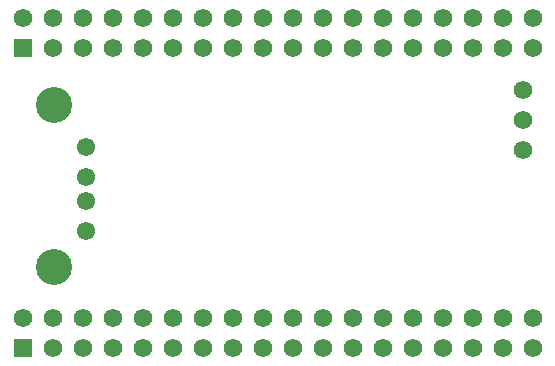
<source format=gbr>
G04 #@! TF.GenerationSoftware,KiCad,Pcbnew,(5.1.0-218-ge90452d)*
G04 #@! TF.CreationDate,2019-04-22T23:25:45-07:00*
G04 #@! TF.ProjectId,baconbits,6261636f-6e62-4697-9473-2e6b69636164,rev?*
G04 #@! TF.SameCoordinates,Original*
G04 #@! TF.FileFunction,Soldermask,Bot*
G04 #@! TF.FilePolarity,Negative*
%FSLAX46Y46*%
G04 Gerber Fmt 4.6, Leading zero omitted, Abs format (unit mm)*
G04 Created by KiCad (PCBNEW (5.1.0-218-ge90452d)) date 2019-04-22 23:25:45*
%MOMM*%
%LPD*%
G04 APERTURE LIST*
%ADD10C,1.574800*%
%ADD11R,1.574800X1.574800*%
%ADD12C,1.551940*%
%ADD13C,3.050540*%
G04 APERTURE END LIST*
D10*
X170091100Y-116433600D03*
X170091100Y-118973600D03*
X167551100Y-116433600D03*
X167551100Y-118973600D03*
X165011100Y-116433600D03*
X165011100Y-118973600D03*
X162471100Y-116433600D03*
X162471100Y-118973600D03*
X159931100Y-116433600D03*
X159931100Y-118973600D03*
X157391100Y-116433600D03*
X157391100Y-118973600D03*
X154851100Y-116433600D03*
X154851100Y-118973600D03*
X152311100Y-116433600D03*
X152311100Y-118973600D03*
X149771100Y-116433600D03*
X149771100Y-118973600D03*
X147231100Y-116433600D03*
X147231100Y-118973600D03*
X144691100Y-116433600D03*
X144691100Y-118973600D03*
X142151100Y-116433600D03*
X142151100Y-118973600D03*
X139611100Y-116433600D03*
X139611100Y-118973600D03*
X137071100Y-116433600D03*
X137071100Y-118973600D03*
X134531100Y-116433600D03*
X134531100Y-118973600D03*
X131991100Y-116433600D03*
X131991100Y-118973600D03*
X129451100Y-116433600D03*
X129451100Y-118973600D03*
X126911100Y-116433600D03*
D11*
X126911100Y-118973600D03*
D10*
X169291000Y-102235000D03*
X169291000Y-99695000D03*
X169291000Y-97155000D03*
D12*
X132265000Y-109071000D03*
X132265000Y-106531000D03*
X132265000Y-104499000D03*
X132265000Y-101959000D03*
D13*
X129598000Y-112119000D03*
X129598000Y-98403000D03*
D10*
X170091100Y-91033600D03*
X170091100Y-93573600D03*
X167551100Y-91033600D03*
X167551100Y-93573600D03*
X165011100Y-91033600D03*
X165011100Y-93573600D03*
X162471100Y-91033600D03*
X162471100Y-93573600D03*
X159931100Y-91033600D03*
X159931100Y-93573600D03*
X157391100Y-91033600D03*
X157391100Y-93573600D03*
X154851100Y-91033600D03*
X154851100Y-93573600D03*
X152311100Y-91033600D03*
X152311100Y-93573600D03*
X149771100Y-91033600D03*
X149771100Y-93573600D03*
X147231100Y-91033600D03*
X147231100Y-93573600D03*
X144691100Y-91033600D03*
X144691100Y-93573600D03*
X142151100Y-91033600D03*
X142151100Y-93573600D03*
X139611100Y-91033600D03*
X139611100Y-93573600D03*
X137071100Y-91033600D03*
X137071100Y-93573600D03*
X134531100Y-91033600D03*
X134531100Y-93573600D03*
X131991100Y-91033600D03*
X131991100Y-93573600D03*
X129451100Y-91033600D03*
X129451100Y-93573600D03*
X126911100Y-91033600D03*
D11*
X126911100Y-93573600D03*
M02*

</source>
